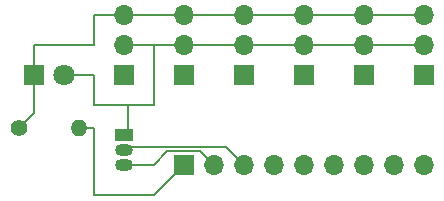
<source format=gbr>
%TF.GenerationSoftware,KiCad,Pcbnew,7.0.11*%
%TF.CreationDate,2024-03-05T22:51:16-06:00*%
%TF.ProjectId,moistureSensorShield,6d6f6973-7475-4726-9553-656e736f7253,0*%
%TF.SameCoordinates,Original*%
%TF.FileFunction,Copper,L1,Top*%
%TF.FilePolarity,Positive*%
%FSLAX46Y46*%
G04 Gerber Fmt 4.6, Leading zero omitted, Abs format (unit mm)*
G04 Created by KiCad (PCBNEW 7.0.11) date 2024-03-05 22:51:16*
%MOMM*%
%LPD*%
G01*
G04 APERTURE LIST*
%TA.AperFunction,ComponentPad*%
%ADD10O,1.400000X1.400000*%
%TD*%
%TA.AperFunction,ComponentPad*%
%ADD11C,1.400000*%
%TD*%
%TA.AperFunction,ComponentPad*%
%ADD12R,1.800000X1.800000*%
%TD*%
%TA.AperFunction,ComponentPad*%
%ADD13C,1.800000*%
%TD*%
%TA.AperFunction,ComponentPad*%
%ADD14R,1.700000X1.700000*%
%TD*%
%TA.AperFunction,ComponentPad*%
%ADD15O,1.700000X1.700000*%
%TD*%
%TA.AperFunction,ComponentPad*%
%ADD16R,1.500000X1.050000*%
%TD*%
%TA.AperFunction,ComponentPad*%
%ADD17O,1.500000X1.050000*%
%TD*%
%TA.AperFunction,Conductor*%
%ADD18C,0.200000*%
%TD*%
G04 APERTURE END LIST*
D10*
%TO.P,R1,2*%
%TO.N,Net-(J1-Pin_1)*%
X158750000Y-93345000D03*
D11*
%TO.P,R1,1*%
%TO.N,GNDREF*%
X153670000Y-93345000D03*
%TD*%
D12*
%TO.P,D1,1,K*%
%TO.N,GNDREF*%
X154935000Y-88900000D03*
D13*
%TO.P,D1,2,A*%
%TO.N,Net-(D1-A)*%
X157475000Y-88900000D03*
%TD*%
D14*
%TO.P,J7,1,Pin_1*%
%TO.N,Net-(J1-Pin_9)*%
X187960000Y-88900000D03*
D15*
%TO.P,J7,2,Pin_2*%
%TO.N,Net-(D1-A)*%
X187960000Y-86360000D03*
%TO.P,J7,3,Pin_3*%
%TO.N,GNDREF*%
X187960000Y-83820000D03*
%TD*%
D14*
%TO.P,J3,1,Pin_1*%
%TO.N,Net-(J1-Pin_5)*%
X167640000Y-88900000D03*
D15*
%TO.P,J3,2,Pin_2*%
%TO.N,Net-(D1-A)*%
X167640000Y-86360000D03*
%TO.P,J3,3,Pin_3*%
%TO.N,GNDREF*%
X167640000Y-83820000D03*
%TD*%
D16*
%TO.P,Q1,1,E*%
%TO.N,Net-(D1-A)*%
X162560000Y-93980000D03*
D17*
%TO.P,Q1,2,B*%
%TO.N,Net-(J1-Pin_3)*%
X162560000Y-95250000D03*
%TO.P,Q1,3,C*%
%TO.N,Net-(J1-Pin_2)*%
X162560000Y-96520000D03*
%TD*%
D14*
%TO.P,J2,1,Pin_1*%
%TO.N,Net-(J1-Pin_4)*%
X162560000Y-88900000D03*
D15*
%TO.P,J2,2,Pin_2*%
%TO.N,Net-(D1-A)*%
X162560000Y-86360000D03*
%TO.P,J2,3,Pin_3*%
%TO.N,GNDREF*%
X162560000Y-83820000D03*
%TD*%
D14*
%TO.P,J5,1,Pin_1*%
%TO.N,Net-(J1-Pin_7)*%
X177800000Y-88900000D03*
D15*
%TO.P,J5,2,Pin_2*%
%TO.N,Net-(D1-A)*%
X177800000Y-86360000D03*
%TO.P,J5,3,Pin_3*%
%TO.N,GNDREF*%
X177800000Y-83820000D03*
%TD*%
D14*
%TO.P,J1,1,Pin_1*%
%TO.N,Net-(J1-Pin_1)*%
X167640000Y-96520000D03*
D15*
%TO.P,J1,2,Pin_2*%
%TO.N,Net-(J1-Pin_2)*%
X170180000Y-96520000D03*
%TO.P,J1,3,Pin_3*%
%TO.N,Net-(J1-Pin_3)*%
X172720000Y-96520000D03*
%TO.P,J1,4,Pin_4*%
%TO.N,Net-(J1-Pin_4)*%
X175260000Y-96520000D03*
%TO.P,J1,5,Pin_5*%
%TO.N,Net-(J1-Pin_5)*%
X177800000Y-96520000D03*
%TO.P,J1,6,Pin_6*%
%TO.N,Net-(J1-Pin_6)*%
X180340000Y-96520000D03*
%TO.P,J1,7,Pin_7*%
%TO.N,Net-(J1-Pin_7)*%
X182880000Y-96520000D03*
%TO.P,J1,8,Pin_8*%
%TO.N,Net-(J1-Pin_8)*%
X185420000Y-96520000D03*
%TO.P,J1,9,Pin_9*%
%TO.N,Net-(J1-Pin_9)*%
X187960000Y-96520000D03*
%TD*%
D14*
%TO.P,J6,1,Pin_1*%
%TO.N,Net-(J1-Pin_8)*%
X182880000Y-88900000D03*
D15*
%TO.P,J6,2,Pin_2*%
%TO.N,Net-(D1-A)*%
X182880000Y-86360000D03*
%TO.P,J6,3,Pin_3*%
%TO.N,GNDREF*%
X182880000Y-83820000D03*
%TD*%
D14*
%TO.P,J4,1,Pin_1*%
%TO.N,Net-(J1-Pin_6)*%
X172720000Y-88900000D03*
D15*
%TO.P,J4,2,Pin_2*%
%TO.N,Net-(D1-A)*%
X172720000Y-86360000D03*
%TO.P,J4,3,Pin_3*%
%TO.N,GNDREF*%
X172720000Y-83820000D03*
%TD*%
D18*
%TO.N,Net-(D1-A)*%
X160020000Y-88900000D02*
X160020000Y-91440000D01*
X160020000Y-91440000D02*
X163195000Y-91440000D01*
X157475000Y-88900000D02*
X160020000Y-88900000D01*
%TO.N,GNDREF*%
X153670000Y-93345000D02*
X154935000Y-92080000D01*
X154935000Y-92080000D02*
X154935000Y-88900000D01*
X154935000Y-86365000D02*
X154935000Y-88900000D01*
X154940000Y-86360000D02*
X154935000Y-86365000D01*
X160020000Y-86360000D02*
X154940000Y-86360000D01*
X160020000Y-83820000D02*
X160020000Y-86360000D01*
%TO.N,Net-(J1-Pin_1)*%
X160020000Y-93345000D02*
X158750000Y-93345000D01*
X160020000Y-93345000D02*
X160020000Y-99060000D01*
X167640000Y-96520000D02*
X165100000Y-99060000D01*
X165100000Y-99060000D02*
X160020000Y-99060000D01*
%TO.N,GNDREF*%
X160020000Y-83820000D02*
X187960000Y-83820000D01*
%TO.N,Net-(D1-A)*%
X162880000Y-93660000D02*
X162880000Y-91440000D01*
X162560000Y-93980000D02*
X162880000Y-93660000D01*
X163195000Y-91440000D02*
X165100000Y-91440000D01*
X162880000Y-91440000D02*
X163195000Y-91440000D01*
X165100000Y-86360000D02*
X162560000Y-86360000D01*
X165100000Y-86360000D02*
X187960000Y-86360000D01*
X165100000Y-91440000D02*
X165100000Y-86360000D01*
%TO.N,Net-(J1-Pin_2)*%
X165100000Y-96520000D02*
X162560000Y-96520000D01*
X170180000Y-96520000D02*
X169030000Y-95370000D01*
X166250000Y-95370000D02*
X165100000Y-96520000D01*
X169030000Y-95370000D02*
X166250000Y-95370000D01*
%TO.N,Net-(J1-Pin_3)*%
X172720000Y-96520000D02*
X171170000Y-94970000D01*
X171170000Y-94970000D02*
X162840000Y-94970000D01*
X162840000Y-94970000D02*
X162560000Y-95250000D01*
%TD*%
M02*

</source>
